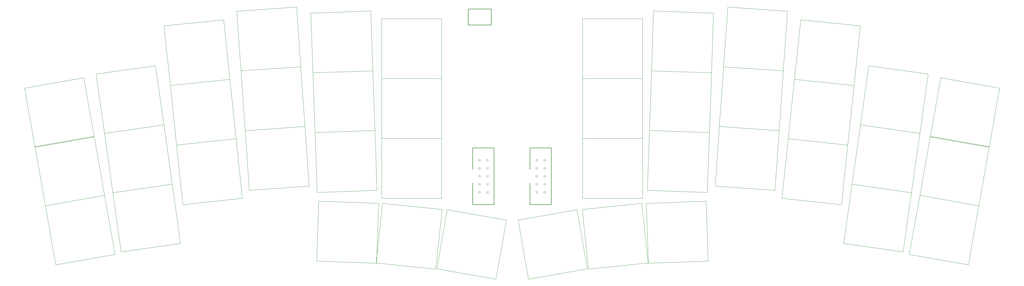
<source format=gbr>
%TF.GenerationSoftware,KiCad,Pcbnew,(6.0.0-0)*%
%TF.CreationDate,2022-01-05T19:35:22+07:00*%
%TF.ProjectId,kibod-01,6b69626f-642d-4303-912e-6b696361645f,rev?*%
%TF.SameCoordinates,Original*%
%TF.FileFunction,OtherDrawing,Comment*%
%FSLAX46Y46*%
G04 Gerber Fmt 4.6, Leading zero omitted, Abs format (unit mm)*
G04 Created by KiCad (PCBNEW (6.0.0-0)) date 2022-01-05 19:35:22*
%MOMM*%
%LPD*%
G01*
G04 APERTURE LIST*
%ADD10C,0.100000*%
%ADD11C,0.066040*%
%ADD12C,0.203200*%
%ADD13C,0.200000*%
G04 APERTURE END LIST*
D10*
%TO.C,K-0-0*%
X8335586Y-77576295D02*
X-10425002Y-80884293D01*
X5027588Y-58815707D02*
X8335586Y-77576295D01*
X-10425002Y-80884293D02*
X-13733000Y-62123705D01*
X-13733000Y-62123705D02*
X5027588Y-58815707D01*
%TO.C,K-0-1*%
X27851613Y-54963244D02*
X30502860Y-73827851D01*
X8987006Y-57614491D02*
X27851613Y-54963244D01*
X11638253Y-76479098D02*
X8987006Y-57614491D01*
X30502860Y-73827851D02*
X11638253Y-76479098D01*
%TO.C,K-0-2*%
X51473975Y-59285562D02*
X32528333Y-61276830D01*
X32528333Y-61276830D02*
X30537065Y-42331188D01*
X30537065Y-42331188D02*
X49482707Y-40339920D01*
X49482707Y-40339920D02*
X51473975Y-59285562D01*
%TO.C,K-0-3*%
X53678770Y-37624085D02*
X72682365Y-36295224D01*
X55007631Y-56627680D02*
X53678770Y-37624085D01*
X72682365Y-36295224D02*
X74011226Y-55298819D01*
X74011226Y-55298819D02*
X55007631Y-56627680D01*
%TO.C,K-0-4*%
X77191915Y-38190517D02*
X96230310Y-37525682D01*
X96230310Y-37525682D02*
X96895145Y-56564077D01*
X96895145Y-56564077D02*
X77856750Y-57228912D01*
X77856750Y-57228912D02*
X77191915Y-38190517D01*
%TO.C,K-0-5*%
X99695000Y-40005000D02*
X118745000Y-40005000D01*
X99695000Y-59055000D02*
X99695000Y-40005000D01*
X118745000Y-59055000D02*
X99695000Y-59055000D01*
X118745000Y-40005000D02*
X118745000Y-59055000D01*
%TO.C,K-1-0*%
X-7117005Y-99533524D02*
X-10425003Y-80772936D01*
X-10425003Y-80772936D02*
X8335585Y-77464938D01*
X8335585Y-77464938D02*
X11643583Y-96225526D01*
X11643583Y-96225526D02*
X-7117005Y-99533524D01*
%TO.C,K-1-1*%
X14289498Y-95343704D02*
X11638251Y-76479097D01*
X11638251Y-76479097D02*
X30502858Y-73827850D01*
X30502858Y-73827850D02*
X33154105Y-92692457D01*
X33154105Y-92692457D02*
X14289498Y-95343704D01*
%TO.C,K-1-2*%
X51473972Y-59285563D02*
X53465240Y-78231205D01*
X53465240Y-78231205D02*
X34519598Y-80222473D01*
X34519598Y-80222473D02*
X32528330Y-61276831D01*
X32528330Y-61276831D02*
X51473972Y-59285563D01*
%TO.C,K-1-3*%
X74011225Y-55298818D02*
X75340086Y-74302413D01*
X75340086Y-74302413D02*
X56336491Y-75631274D01*
X55007630Y-56627679D02*
X74011225Y-55298818D01*
X56336491Y-75631274D02*
X55007630Y-56627679D01*
%TO.C,K-1-4*%
X78521585Y-76267307D02*
X77856750Y-57228912D01*
X96895145Y-56564077D02*
X97559980Y-75602472D01*
X97559980Y-75602472D02*
X78521585Y-76267307D01*
X77856750Y-57228912D02*
X96895145Y-56564077D01*
%TO.C,K-1-5*%
X118745000Y-59055000D02*
X118745000Y-78105000D01*
X99695000Y-59055000D02*
X118745000Y-59055000D01*
X99695000Y-78105000D02*
X99695000Y-59055000D01*
X118745000Y-78105000D02*
X99695000Y-78105000D01*
%TO.C,K-2-0*%
X14951581Y-114986114D02*
X-3809007Y-118294112D01*
X11643583Y-96225526D02*
X14951581Y-114986114D01*
X-3809007Y-118294112D02*
X-7117005Y-99533524D01*
X-7117005Y-99533524D02*
X11643583Y-96225526D01*
%TO.C,K-2-1*%
X16940748Y-114208311D02*
X14289501Y-95343704D01*
X14289501Y-95343704D02*
X33154108Y-92692457D01*
X35805355Y-111557064D02*
X16940748Y-114208311D01*
X33154108Y-92692457D02*
X35805355Y-111557064D01*
%TO.C,K-2-2*%
X36510866Y-99168113D02*
X34519598Y-80222471D01*
X55456508Y-97176845D02*
X36510866Y-99168113D01*
X34519598Y-80222471D02*
X53465240Y-78231203D01*
X53465240Y-78231203D02*
X55456508Y-97176845D01*
%TO.C,K-2-3*%
X76668947Y-93306009D02*
X57665352Y-94634870D01*
X57665352Y-94634870D02*
X56336491Y-75631275D01*
X75340086Y-74302414D02*
X76668947Y-93306009D01*
X56336491Y-75631275D02*
X75340086Y-74302414D01*
%TO.C,K-2-4*%
X97559980Y-75602472D02*
X98224815Y-94640867D01*
X79186420Y-95305702D02*
X78521585Y-76267307D01*
X78521585Y-76267307D02*
X97559980Y-75602472D01*
X98224815Y-94640867D02*
X79186420Y-95305702D01*
%TO.C,K-2-5*%
X118745000Y-78105000D02*
X118745000Y-97155000D01*
X99695000Y-78105000D02*
X118745000Y-78105000D01*
X99695000Y-97155000D02*
X99695000Y-78105000D01*
X118745000Y-97155000D02*
X99695000Y-97155000D01*
%TO.C,K-3-3*%
X79049158Y-117136780D02*
X79713993Y-98098385D01*
X98752388Y-98763220D02*
X98087553Y-117801615D01*
X79713993Y-98098385D02*
X98752388Y-98763220D01*
X98087553Y-117801615D02*
X79049158Y-117136780D01*
%TO.C,K-3-4*%
X116904470Y-119688455D02*
X97958828Y-117697187D01*
X99950096Y-98751545D02*
X118895738Y-100742813D01*
X97958828Y-117697187D02*
X99950096Y-98751545D01*
X118895738Y-100742813D02*
X116904470Y-119688455D01*
%TO.C,K-3-5*%
X139304293Y-104121108D02*
X135996295Y-122881696D01*
X135996295Y-122881696D02*
X117235707Y-119573698D01*
X120543705Y-100813110D02*
X139304293Y-104121108D01*
X117235707Y-119573698D02*
X120543705Y-100813110D01*
D11*
%TO.C,J1*%
X130556000Y-90424000D02*
X131064000Y-90424000D01*
X133604000Y-87884000D02*
X133604000Y-87376000D01*
X133604000Y-92964000D02*
X133604000Y-92456000D01*
X130556000Y-94996000D02*
X131064000Y-94996000D01*
X133096000Y-92456000D02*
X133604000Y-92456000D01*
X130556000Y-92964000D02*
X130556000Y-92456000D01*
X133096000Y-84836000D02*
X133604000Y-84836000D01*
X131064000Y-90424000D02*
X131064000Y-89916000D01*
X133096000Y-85344000D02*
X133604000Y-85344000D01*
X131064000Y-92964000D02*
X131064000Y-92456000D01*
X130556000Y-87884000D02*
X131064000Y-87884000D01*
X133604000Y-95504000D02*
X133604000Y-94996000D01*
X133604000Y-85344000D02*
X133604000Y-84836000D01*
X130556000Y-92456000D02*
X131064000Y-92456000D01*
D12*
X128681480Y-99169220D02*
X128681480Y-92369640D01*
D11*
X130556000Y-85344000D02*
X130556000Y-84836000D01*
X133604000Y-92964000D02*
X133604000Y-92456000D01*
X133096000Y-92964000D02*
X133604000Y-92964000D01*
D12*
X135478520Y-81170780D02*
X135478520Y-99169220D01*
D11*
X133096000Y-92964000D02*
X133096000Y-92456000D01*
X131064000Y-87884000D02*
X131064000Y-87376000D01*
X130556000Y-87884000D02*
X130556000Y-87376000D01*
X133096000Y-94996000D02*
X133604000Y-94996000D01*
X131064000Y-85344000D02*
X131064000Y-84836000D01*
X130556000Y-92456000D02*
X131064000Y-92456000D01*
X133096000Y-85344000D02*
X133096000Y-84836000D01*
X130556000Y-84836000D02*
X131064000Y-84836000D01*
X133096000Y-92964000D02*
X133096000Y-92456000D01*
X130556000Y-92964000D02*
X131064000Y-92964000D01*
X133096000Y-92456000D02*
X133604000Y-92456000D01*
X131064000Y-95504000D02*
X131064000Y-94996000D01*
X130556000Y-92964000D02*
X130556000Y-92456000D01*
X130556000Y-85344000D02*
X131064000Y-85344000D01*
X133096000Y-87884000D02*
X133096000Y-87376000D01*
X130556000Y-95504000D02*
X130556000Y-94996000D01*
D12*
X128681480Y-99169220D02*
X135478520Y-99169220D01*
D11*
X130556000Y-92964000D02*
X131064000Y-92964000D01*
X133096000Y-89916000D02*
X133604000Y-89916000D01*
X133096000Y-90424000D02*
X133604000Y-90424000D01*
D12*
X128681480Y-81170780D02*
X135478520Y-81170780D01*
D11*
X133096000Y-95504000D02*
X133604000Y-95504000D01*
X130556000Y-87376000D02*
X131064000Y-87376000D01*
X133096000Y-87376000D02*
X133604000Y-87376000D01*
X131064000Y-92964000D02*
X131064000Y-92456000D01*
X133096000Y-95504000D02*
X133096000Y-94996000D01*
X133604000Y-90424000D02*
X133604000Y-89916000D01*
X133096000Y-92964000D02*
X133604000Y-92964000D01*
X133096000Y-87884000D02*
X133604000Y-87884000D01*
X130556000Y-90424000D02*
X130556000Y-89916000D01*
X130556000Y-95504000D02*
X131064000Y-95504000D01*
D12*
X128681480Y-81170780D02*
X128681480Y-87970360D01*
D11*
X133096000Y-90424000D02*
X133096000Y-89916000D01*
X130556000Y-89916000D02*
X131064000Y-89916000D01*
%TO.C,J2*%
X148728127Y-84836000D02*
X149236127Y-84836000D01*
X151268127Y-95504000D02*
X151268127Y-94996000D01*
X151268127Y-87884000D02*
X151268127Y-87376000D01*
X148728127Y-85344000D02*
X149236127Y-85344000D01*
X151268127Y-84836000D02*
X151776127Y-84836000D01*
X151776127Y-90424000D02*
X151776127Y-89916000D01*
X151776127Y-87884000D02*
X151776127Y-87376000D01*
X151268127Y-85344000D02*
X151268127Y-84836000D01*
X151268127Y-92964000D02*
X151268127Y-92456000D01*
X151268127Y-92964000D02*
X151776127Y-92964000D01*
X148728127Y-87376000D02*
X149236127Y-87376000D01*
X148728127Y-95504000D02*
X148728127Y-94996000D01*
X148728127Y-92456000D02*
X149236127Y-92456000D01*
D12*
X146853607Y-81170780D02*
X153650647Y-81170780D01*
X146853607Y-99169220D02*
X153650647Y-99169220D01*
D11*
X148728127Y-95504000D02*
X149236127Y-95504000D01*
X151268127Y-92456000D02*
X151776127Y-92456000D01*
D12*
X146853607Y-99169220D02*
X146853607Y-92369640D01*
D11*
X148728127Y-90424000D02*
X148728127Y-89916000D01*
X151268127Y-92456000D02*
X151776127Y-92456000D01*
X151268127Y-87884000D02*
X151776127Y-87884000D01*
X148728127Y-92456000D02*
X149236127Y-92456000D01*
X151268127Y-90424000D02*
X151268127Y-89916000D01*
X151268127Y-94996000D02*
X151776127Y-94996000D01*
X151776127Y-95504000D02*
X151776127Y-94996000D01*
X151268127Y-92964000D02*
X151268127Y-92456000D01*
X148728127Y-92964000D02*
X149236127Y-92964000D01*
X151268127Y-89916000D02*
X151776127Y-89916000D01*
X148728127Y-85344000D02*
X148728127Y-84836000D01*
X151268127Y-90424000D02*
X151776127Y-90424000D01*
X148728127Y-90424000D02*
X149236127Y-90424000D01*
X148728127Y-87884000D02*
X148728127Y-87376000D01*
X151268127Y-87376000D02*
X151776127Y-87376000D01*
X148728127Y-87884000D02*
X149236127Y-87884000D01*
X149236127Y-87884000D02*
X149236127Y-87376000D01*
D12*
X153650647Y-81170780D02*
X153650647Y-99169220D01*
D11*
X151776127Y-92964000D02*
X151776127Y-92456000D01*
X151268127Y-85344000D02*
X151776127Y-85344000D01*
X148728127Y-92964000D02*
X149236127Y-92964000D01*
X148728127Y-94996000D02*
X149236127Y-94996000D01*
X149236127Y-90424000D02*
X149236127Y-89916000D01*
X151268127Y-92964000D02*
X151776127Y-92964000D01*
X149236127Y-85344000D02*
X149236127Y-84836000D01*
X151268127Y-95504000D02*
X151776127Y-95504000D01*
X149236127Y-92964000D02*
X149236127Y-92456000D01*
X148728127Y-92964000D02*
X148728127Y-92456000D01*
X148728127Y-89916000D02*
X149236127Y-89916000D01*
X151776127Y-92964000D02*
X151776127Y-92456000D01*
X148728127Y-92964000D02*
X148728127Y-92456000D01*
D12*
X146853607Y-81170780D02*
X146853607Y-87970360D01*
D11*
X149236127Y-92964000D02*
X149236127Y-92456000D01*
X151776127Y-85344000D02*
X151776127Y-84836000D01*
X149236127Y-95504000D02*
X149236127Y-94996000D01*
D10*
%TO.C,K-0-0-B1*%
X292768861Y-80884293D02*
X274008273Y-77576295D01*
X274008273Y-77576295D02*
X277316271Y-58815707D01*
X277316271Y-58815707D02*
X296076859Y-62123705D01*
X296076859Y-62123705D02*
X292768861Y-80884293D01*
%TO.C,K-0-1-B1*%
X273356853Y-57614491D02*
X270705606Y-76479098D01*
X254492246Y-54963244D02*
X273356853Y-57614491D01*
X270705606Y-76479098D02*
X251840999Y-73827851D01*
X251840999Y-73827851D02*
X254492246Y-54963244D01*
%TO.C,K-0-2-B1*%
X232861152Y-40339920D02*
X251806794Y-42331188D01*
X230869884Y-59285562D02*
X232861152Y-40339920D01*
X249815526Y-61276830D02*
X230869884Y-59285562D01*
X251806794Y-42331188D02*
X249815526Y-61276830D01*
%TO.C,K-0-3-B1*%
X227336228Y-56627680D02*
X208332633Y-55298819D01*
X208332633Y-55298819D02*
X209661494Y-36295224D01*
X228665089Y-37624085D02*
X227336228Y-56627680D01*
X209661494Y-36295224D02*
X228665089Y-37624085D01*
%TO.C,K-0-4-B1*%
X204487109Y-57228912D02*
X185448714Y-56564077D01*
X205151944Y-38190517D02*
X204487109Y-57228912D01*
X186113549Y-37525682D02*
X205151944Y-38190517D01*
X185448714Y-56564077D02*
X186113549Y-37525682D01*
%TO.C,K-0-5-B1*%
X182637127Y-40005000D02*
X182637127Y-59055000D01*
X163587127Y-59055000D02*
X163587127Y-40005000D01*
X182637127Y-59055000D02*
X163587127Y-59055000D01*
X163587127Y-40005000D02*
X182637127Y-40005000D01*
%TO.C,K-1-0-B1*%
X270700275Y-96225526D02*
X274008273Y-77464938D01*
X289460863Y-99533524D02*
X270700275Y-96225526D01*
X274008273Y-77464938D02*
X292768861Y-80772936D01*
X292768861Y-80772936D02*
X289460863Y-99533524D01*
%TO.C,K-1-1-B1*%
X251841000Y-73827850D02*
X270705607Y-76479097D01*
X249189753Y-92692457D02*
X251841000Y-73827850D01*
X268054360Y-95343704D02*
X249189753Y-92692457D01*
X270705607Y-76479097D02*
X268054360Y-95343704D01*
%TO.C,K-1-2-B1*%
X228878618Y-78231205D02*
X230869886Y-59285563D01*
X249815528Y-61276831D02*
X247824260Y-80222473D01*
X230869886Y-59285563D02*
X249815528Y-61276831D01*
X247824260Y-80222473D02*
X228878618Y-78231205D01*
%TO.C,K-1-3-B1*%
X226007367Y-75631274D02*
X207003772Y-74302413D01*
X208332633Y-55298818D02*
X227336228Y-56627679D01*
X207003772Y-74302413D02*
X208332633Y-55298818D01*
X227336228Y-56627679D02*
X226007367Y-75631274D01*
%TO.C,K-1-4-B1*%
X204487108Y-57228912D02*
X203822273Y-76267307D01*
X203822273Y-76267307D02*
X184783878Y-75602472D01*
X184783878Y-75602472D02*
X185448713Y-56564077D01*
X185448713Y-56564077D02*
X204487108Y-57228912D01*
%TO.C,K-1-5-B1*%
X182637127Y-78105000D02*
X163587127Y-78105000D01*
X163587127Y-59055000D02*
X182637127Y-59055000D01*
X163587127Y-78105000D02*
X163587127Y-59055000D01*
X182637127Y-59055000D02*
X182637127Y-78105000D01*
%TO.C,K-2-0-B1*%
X267392277Y-114986114D02*
X270700275Y-96225526D01*
X286152865Y-118294112D02*
X267392277Y-114986114D01*
X270700275Y-96225526D02*
X289460863Y-99533524D01*
X289460863Y-99533524D02*
X286152865Y-118294112D01*
%TO.C,K-2-1-B1*%
X246538503Y-111557064D02*
X249189750Y-92692457D01*
X249189750Y-92692457D02*
X268054357Y-95343704D01*
X268054357Y-95343704D02*
X265403110Y-114208311D01*
X265403110Y-114208311D02*
X246538503Y-111557064D01*
%TO.C,K-2-2-B1*%
X247824260Y-80222471D02*
X245832992Y-99168113D01*
X245832992Y-99168113D02*
X226887350Y-97176845D01*
X226887350Y-97176845D02*
X228878618Y-78231203D01*
X228878618Y-78231203D02*
X247824260Y-80222471D01*
%TO.C,K-2-3-B1*%
X207003772Y-74302414D02*
X226007367Y-75631275D01*
X205674911Y-93306009D02*
X207003772Y-74302414D01*
X226007367Y-75631275D02*
X224678506Y-94634870D01*
X224678506Y-94634870D02*
X205674911Y-93306009D01*
%TO.C,K-2-4-B1*%
X203822273Y-76267307D02*
X203157438Y-95305702D01*
X203157438Y-95305702D02*
X184119043Y-94640867D01*
X184119043Y-94640867D02*
X184783878Y-75602472D01*
X184783878Y-75602472D02*
X203822273Y-76267307D01*
%TO.C,K-2-5-B1*%
X163587127Y-97155000D02*
X163587127Y-78105000D01*
X182637127Y-97155000D02*
X163587127Y-97155000D01*
X163587127Y-78105000D02*
X182637127Y-78105000D01*
X182637127Y-78105000D02*
X182637127Y-97155000D01*
%TO.C,K-3-3-B1*%
X203465674Y-117136780D02*
X184427279Y-117801615D01*
X183762444Y-98763220D02*
X202800839Y-98098385D01*
X202800839Y-98098385D02*
X203465674Y-117136780D01*
X184427279Y-117801615D02*
X183762444Y-98763220D01*
%TO.C,K-3-4-B1*%
X163436389Y-100742813D02*
X182382031Y-98751545D01*
X182382031Y-98751545D02*
X184373299Y-117697187D01*
X165427657Y-119688455D02*
X163436389Y-100742813D01*
X184373299Y-117697187D02*
X165427657Y-119688455D01*
%TO.C,K-3-5-B1*%
X165096420Y-119573698D02*
X146335832Y-122881696D01*
X143027834Y-104121108D02*
X161788422Y-100813110D01*
X161788422Y-100813110D02*
X165096420Y-119573698D01*
X146335832Y-122881696D02*
X143027834Y-104121108D01*
D13*
%TO.C,U1*%
X134620000Y-42076000D02*
X134620000Y-36996000D01*
X127254000Y-36996000D02*
X127254000Y-42076000D01*
X127254000Y-42076000D02*
X134620000Y-42076000D01*
X134620000Y-36996000D02*
X127254000Y-36996000D01*
%TD*%
M02*

</source>
